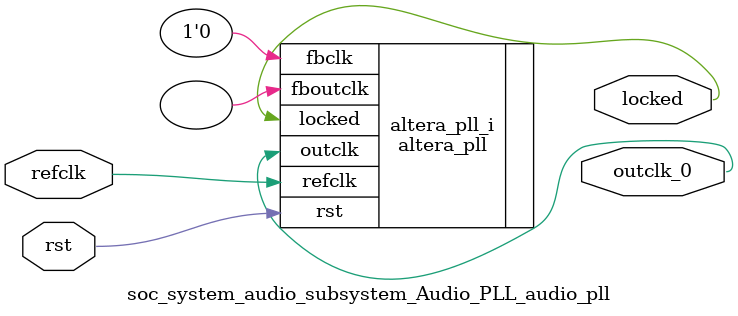
<source format=v>
`timescale 1ns/10ps
module  soc_system_audio_subsystem_Audio_PLL_audio_pll(

	// interface 'refclk'
	input wire refclk,

	// interface 'reset'
	input wire rst,

	// interface 'outclk0'
	output wire outclk_0,

	// interface 'locked'
	output wire locked
);

	altera_pll #(
		.fractional_vco_multiplier("false"),
		.reference_clock_frequency("50.0 MHz"),
		.operation_mode("direct"),
		.number_of_clocks(1),
		.output_clock_frequency0("12.288135 MHz"),
		.phase_shift0("0 ps"),
		.duty_cycle0(50),
		.output_clock_frequency1("0 MHz"),
		.phase_shift1("0 ps"),
		.duty_cycle1(50),
		.output_clock_frequency2("0 MHz"),
		.phase_shift2("0 ps"),
		.duty_cycle2(50),
		.output_clock_frequency3("0 MHz"),
		.phase_shift3("0 ps"),
		.duty_cycle3(50),
		.output_clock_frequency4("0 MHz"),
		.phase_shift4("0 ps"),
		.duty_cycle4(50),
		.output_clock_frequency5("0 MHz"),
		.phase_shift5("0 ps"),
		.duty_cycle5(50),
		.output_clock_frequency6("0 MHz"),
		.phase_shift6("0 ps"),
		.duty_cycle6(50),
		.output_clock_frequency7("0 MHz"),
		.phase_shift7("0 ps"),
		.duty_cycle7(50),
		.output_clock_frequency8("0 MHz"),
		.phase_shift8("0 ps"),
		.duty_cycle8(50),
		.output_clock_frequency9("0 MHz"),
		.phase_shift9("0 ps"),
		.duty_cycle9(50),
		.output_clock_frequency10("0 MHz"),
		.phase_shift10("0 ps"),
		.duty_cycle10(50),
		.output_clock_frequency11("0 MHz"),
		.phase_shift11("0 ps"),
		.duty_cycle11(50),
		.output_clock_frequency12("0 MHz"),
		.phase_shift12("0 ps"),
		.duty_cycle12(50),
		.output_clock_frequency13("0 MHz"),
		.phase_shift13("0 ps"),
		.duty_cycle13(50),
		.output_clock_frequency14("0 MHz"),
		.phase_shift14("0 ps"),
		.duty_cycle14(50),
		.output_clock_frequency15("0 MHz"),
		.phase_shift15("0 ps"),
		.duty_cycle15(50),
		.output_clock_frequency16("0 MHz"),
		.phase_shift16("0 ps"),
		.duty_cycle16(50),
		.output_clock_frequency17("0 MHz"),
		.phase_shift17("0 ps"),
		.duty_cycle17(50),
		.pll_type("General"),
		.pll_subtype("General")
	) altera_pll_i (
		.rst	(rst),
		.outclk	({outclk_0}),
		.locked	(locked),
		.fboutclk	( ),
		.fbclk	(1'b0),
		.refclk	(refclk)
	);
endmodule


</source>
